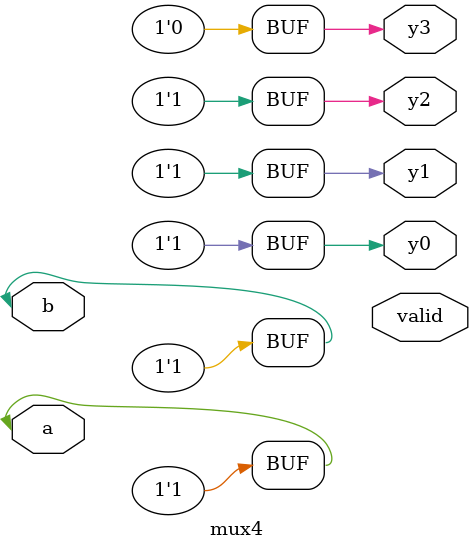
<source format=v>
module mux4(
  input a,b,
  
  output y3,y2,y1,y0,
  output valid
  //output carry
  
       );
 
    
    assign y0=a|b;
    assign y1=a|(~b);
    assign y2=(~a)|b;
    assign y3=(~a)|(~b);
    assign a=1;
    assign b=1;
   

 //else begin 
 //assign out=4'bzzzz;


 
     
    
   // assign a=99;
    //assign b=99;
    

   
    initial begin
    $monitor(" a=%b  %b %b %b %b ",$realtime,a,b,y3,y2,y1,y0);
    end
    
endmodule

</source>
